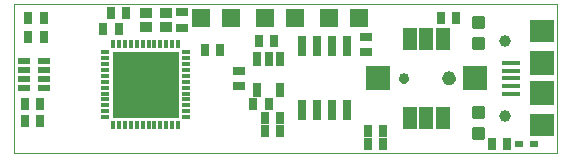
<source format=gts>
G75*
G70*
%OFA0B0*%
%FSLAX24Y24*%
%IPPOS*%
%LPD*%
%AMOC8*
5,1,8,0,0,1.08239X$1,22.5*
%
%ADD10C,0.0000*%
%ADD11R,0.0316X0.0394*%
%ADD12R,0.0473X0.0768*%
%ADD13R,0.0788X0.0827*%
%ADD14C,0.0335*%
%ADD15C,0.0453*%
%ADD16R,0.0591X0.0178*%
%ADD17R,0.0788X0.0749*%
%ADD18R,0.0788X0.0788*%
%ADD19R,0.0276X0.0650*%
%ADD20R,0.0257X0.0512*%
%ADD21R,0.0131X0.0276*%
%ADD22R,0.0276X0.0131*%
%ADD23R,0.2245X0.2245*%
%ADD24C,0.0130*%
%ADD25R,0.0640X0.0640*%
%ADD26R,0.0316X0.0237*%
%ADD27R,0.0394X0.0316*%
%ADD28R,0.0394X0.0355*%
%ADD29C,0.0390*%
%ADD30R,0.0395X0.0220*%
D10*
X004510Y003979D02*
X004510Y008969D01*
X022630Y008969D01*
X022630Y003979D01*
X004510Y003979D01*
X017363Y006479D02*
X017365Y006503D01*
X017371Y006526D01*
X017380Y006548D01*
X017393Y006568D01*
X017408Y006586D01*
X017427Y006601D01*
X017448Y006613D01*
X017470Y006621D01*
X017493Y006626D01*
X017517Y006627D01*
X017541Y006624D01*
X017563Y006617D01*
X017585Y006607D01*
X017605Y006594D01*
X017622Y006577D01*
X017636Y006558D01*
X017647Y006537D01*
X017655Y006514D01*
X017659Y006491D01*
X017659Y006467D01*
X017655Y006444D01*
X017647Y006421D01*
X017636Y006400D01*
X017622Y006381D01*
X017605Y006364D01*
X017585Y006351D01*
X017563Y006341D01*
X017541Y006334D01*
X017517Y006331D01*
X017493Y006332D01*
X017470Y006337D01*
X017448Y006345D01*
X017427Y006357D01*
X017408Y006372D01*
X017393Y006390D01*
X017380Y006410D01*
X017371Y006432D01*
X017365Y006455D01*
X017363Y006479D01*
X018801Y006479D02*
X018803Y006507D01*
X018809Y006535D01*
X018818Y006561D01*
X018831Y006587D01*
X018847Y006610D01*
X018867Y006630D01*
X018889Y006648D01*
X018913Y006663D01*
X018939Y006674D01*
X018966Y006682D01*
X018994Y006686D01*
X019022Y006686D01*
X019050Y006682D01*
X019077Y006674D01*
X019103Y006663D01*
X019127Y006648D01*
X019149Y006630D01*
X019169Y006610D01*
X019185Y006587D01*
X019198Y006561D01*
X019207Y006535D01*
X019213Y006507D01*
X019215Y006479D01*
X019213Y006451D01*
X019207Y006423D01*
X019198Y006397D01*
X019185Y006371D01*
X019169Y006348D01*
X019149Y006328D01*
X019127Y006310D01*
X019103Y006295D01*
X019077Y006284D01*
X019050Y006276D01*
X019022Y006272D01*
X018994Y006272D01*
X018966Y006276D01*
X018939Y006284D01*
X018913Y006295D01*
X018889Y006310D01*
X018867Y006328D01*
X018847Y006348D01*
X018831Y006371D01*
X018818Y006397D01*
X018809Y006423D01*
X018803Y006451D01*
X018801Y006479D01*
D11*
X016828Y004729D03*
X016828Y004292D03*
X016316Y004292D03*
X016316Y004729D03*
X013390Y004729D03*
X012879Y004729D03*
X012879Y005167D03*
X013015Y005604D03*
X012504Y005604D03*
X013390Y005167D03*
X011390Y007417D03*
X010879Y007417D03*
X012691Y007729D03*
X013203Y007729D03*
X008265Y008667D03*
X007754Y008667D03*
X007504Y008104D03*
X008015Y008104D03*
X005515Y007854D03*
X005004Y007854D03*
X005004Y008479D03*
X005515Y008479D03*
X005390Y005604D03*
X004879Y005604D03*
X004879Y005042D03*
X005390Y005042D03*
X018754Y008479D03*
X019265Y008479D03*
X020441Y004292D03*
X020953Y004292D03*
D12*
X018811Y005170D03*
X018260Y005170D03*
X017708Y005170D03*
X017708Y007789D03*
X018260Y007789D03*
X018811Y007789D03*
D13*
X019874Y006479D03*
X016645Y006479D03*
D14*
X017511Y006479D03*
D15*
X019008Y006479D03*
D16*
X021091Y006479D03*
X021091Y006224D03*
X021091Y005968D03*
X021091Y006735D03*
X021091Y006991D03*
D17*
X022135Y008054D03*
X022135Y004905D03*
D18*
X022135Y005979D03*
X022135Y006979D03*
D19*
X015635Y007539D03*
X015135Y007539D03*
X014635Y007539D03*
X014135Y007539D03*
X014135Y005413D03*
X014635Y005413D03*
X015135Y005413D03*
X015635Y005413D03*
D20*
X013384Y006093D03*
X012635Y006093D03*
X012635Y007116D03*
X013010Y007116D03*
X013384Y007116D03*
D21*
X009994Y007624D03*
X009797Y007624D03*
X009600Y007624D03*
X009403Y007624D03*
X009206Y007624D03*
X009010Y007624D03*
X008813Y007624D03*
X008616Y007624D03*
X008419Y007624D03*
X008222Y007624D03*
X008025Y007624D03*
X007828Y007624D03*
X007828Y004907D03*
X008025Y004907D03*
X008222Y004907D03*
X008419Y004907D03*
X008616Y004907D03*
X008813Y004907D03*
X009010Y004907D03*
X009206Y004907D03*
X009403Y004907D03*
X009600Y004907D03*
X009797Y004907D03*
X009994Y004907D03*
D22*
X010269Y005183D03*
X010269Y005380D03*
X010269Y005576D03*
X010269Y005773D03*
X010269Y005970D03*
X010269Y006167D03*
X010269Y006364D03*
X010269Y006561D03*
X010269Y006758D03*
X010269Y006954D03*
X010269Y007151D03*
X010269Y007348D03*
X007553Y007348D03*
X007553Y007151D03*
X007553Y006954D03*
X007553Y006758D03*
X007553Y006561D03*
X007553Y006364D03*
X007553Y006167D03*
X007553Y005970D03*
X007553Y005773D03*
X007553Y005576D03*
X007553Y005380D03*
X007553Y005183D03*
D23*
X008911Y006265D03*
D24*
X019858Y005173D02*
X020162Y005173D01*
X019858Y005173D02*
X019858Y005477D01*
X020162Y005477D01*
X020162Y005173D01*
X020162Y005302D02*
X019858Y005302D01*
X019858Y005431D02*
X020162Y005431D01*
X020162Y004482D02*
X019858Y004482D01*
X019858Y004786D01*
X020162Y004786D01*
X020162Y004482D01*
X020162Y004611D02*
X019858Y004611D01*
X019858Y004740D02*
X020162Y004740D01*
X020162Y007786D02*
X019858Y007786D01*
X020162Y007786D02*
X020162Y007482D01*
X019858Y007482D01*
X019858Y007786D01*
X019858Y007611D02*
X020162Y007611D01*
X020162Y007740D02*
X019858Y007740D01*
X019858Y008477D02*
X020162Y008477D01*
X020162Y008173D01*
X019858Y008173D01*
X019858Y008477D01*
X019858Y008302D02*
X020162Y008302D01*
X020162Y008431D02*
X019858Y008431D01*
D25*
X016010Y008479D03*
X015010Y008479D03*
X013885Y008479D03*
X012885Y008479D03*
X011760Y008479D03*
X010760Y008479D03*
D26*
X021359Y004292D03*
X021871Y004292D03*
D27*
X016260Y007349D03*
X016260Y007860D03*
X012010Y006735D03*
X012010Y006224D03*
X010135Y008161D03*
X010135Y008673D03*
D28*
X009584Y008663D03*
X009584Y008171D03*
X008935Y008171D03*
X008935Y008663D03*
D29*
X020885Y007729D03*
X020885Y005229D03*
D30*
X005530Y006139D03*
X005530Y006449D03*
X005530Y006759D03*
X005530Y007069D03*
X004865Y007069D03*
X004865Y006759D03*
X004865Y006449D03*
X004865Y006139D03*
M02*

</source>
